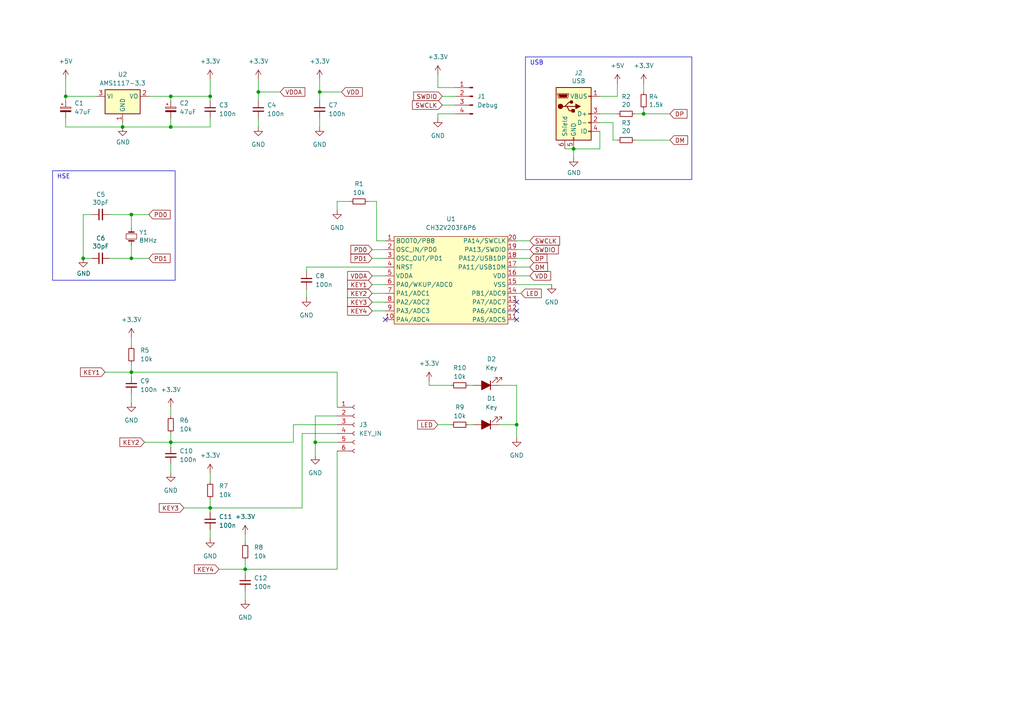
<source format=kicad_sch>
(kicad_sch (version 20231120) (generator "eeschema") (generator_version "8.0")
  (paper "A4")
  (lib_symbols
    (symbol "Connector:Conn_01x04_Pin" (pin_names (offset 1.016) hide)
      (property "Reference" "J" (at 0 5.08 0))
      (property "Value" "Conn_01x04_Pin" (at 0 -7.62 0))
      (symbol "Conn_01x04_Pin_1_1"
        (polyline (pts (xy 1.27 -5.08) (xy 0.8636 -5.08)) (stroke (width 0.1524)))
        (polyline (pts (xy 1.27 -2.54) (xy 0.8636 -2.54)) (stroke (width 0.1524)))
        (polyline (pts (xy 1.27 0) (xy 0.8636 0)) (stroke (width 0.1524)))
        (polyline (pts (xy 1.27 2.54) (xy 0.8636 2.54)) (stroke (width 0.1524)))
        (rectangle (start 0.8636 -4.953) (end 0 -5.207) (stroke (width 0.1524)) (fill (type outline)))
        (rectangle (start 0.8636 -2.413) (end 0 -2.667) (stroke (width 0.1524)) (fill (type outline)))
        (rectangle (start 0.8636 0.127) (end 0 -0.127) (stroke (width 0.1524)) (fill (type outline)))
        (rectangle (start 0.8636 2.667) (end 0 2.413) (stroke (width 0.1524)) (fill (type outline)))
        (pin passive line (at 5.08 2.54 180) (length 3.81) (name "Pin_1") (number "1"))
        (pin passive line (at 5.08 0 180) (length 3.81) (name "Pin_2") (number "2"))
        (pin passive line (at 5.08 -2.54 180) (length 3.81) (name "Pin_3") (number "3"))
        (pin passive line (at 5.08 -5.08 180) (length 3.81) (name "Pin_4") (number "4"))
      )
    )
    (symbol "Connector:Conn_01x06_Socket" (pin_names (offset 1.016) hide)
      (property "Reference" "J" (at 0 7.62 0))
      (property "Value" "Conn_01x06_Socket" (at 0 -10.16 0))
      (symbol "Conn_01x06_Socket_1_1"
        (arc (start 0 -7.112) (mid -0.5058 -7.62) (end 0 -8.128) (stroke (width 0.1524)))
        (arc (start 0 -4.572) (mid -0.5058 -5.08) (end 0 -5.588) (stroke (width 0.1524)))
        (arc (start 0 -2.032) (mid -0.5058 -2.54) (end 0 -3.048) (stroke (width 0.1524)))
        (polyline (pts (xy -1.27 -7.62) (xy -0.508 -7.62)) (stroke (width 0.1524)))
        (polyline (pts (xy -1.27 -5.08) (xy -0.508 -5.08)) (stroke (width 0.1524)))
        (polyline (pts (xy -1.27 -2.54) (xy -0.508 -2.54)) (stroke (width 0.1524)))
        (polyline (pts (xy -1.27 0) (xy -0.508 0)) (stroke (width 0.1524)))
        (polyline (pts (xy -1.27 2.54) (xy -0.508 2.54)) (stroke (width 0.1524)))
        (polyline (pts (xy -1.27 5.08) (xy -0.508 5.08)) (stroke (width 0.1524)))
        (arc (start 0 0.508) (mid -0.5058 0) (end 0 -0.508) (stroke (width 0.1524)))
        (arc (start 0 3.048) (mid -0.5058 2.54) (end 0 2.032) (stroke (width 0.1524)))
        (arc (start 0 5.588) (mid -0.5058 5.08) (end 0 4.572) (stroke (width 0.1524)))
        (pin passive line (at -5.08 5.08 0) (length 3.81) (name "Pin_1") (number "1"))
        (pin passive line (at -5.08 2.54 0) (length 3.81) (name "Pin_2") (number "2"))
        (pin passive line (at -5.08 0 0) (length 3.81) (name "Pin_3") (number "3"))
        (pin passive line (at -5.08 -2.54 0) (length 3.81) (name "Pin_4") (number "4"))
        (pin passive line (at -5.08 -5.08 0) (length 3.81) (name "Pin_5") (number "5"))
        (pin passive line (at -5.08 -7.62 0) (length 3.81) (name "Pin_6") (number "6"))
      )
    )
    (symbol "Connector:USB_B_Micro" (pin_names (offset 1.016))
      (property "Reference" "J" (at -5.08 11.43 0))
      (property "Value" "USB_B_Micro" (at -5.08 8.89 0))
      (symbol "USB_B_Micro_0_1"
        (rectangle (start -5.08 -7.62) (end 5.08 7.62) (stroke (width 0.254)) (fill (type background)))
        (circle (center -3.81 2.159) (radius 0.635) (stroke (width 0.254)) (fill (type outline)))
        (circle (center -0.635 3.429) (radius 0.381) (stroke (width 0.254)) (fill (type outline)))
        (rectangle (start -0.127 -7.62) (end 0.127 -6.858))
        (polyline (pts (xy -1.905 2.159) (xy 0.635 2.159)) (stroke (width 0.254)))
        (polyline (pts (xy -3.175 2.159) (xy -2.54 2.159) (xy -1.27 3.429) (xy -0.635 3.429)) (stroke (width 0.254)))
        (polyline (pts (xy -2.54 2.159) (xy -1.905 2.159) (xy -1.27 0.889) (xy 0 0.889)) (stroke (width 0.254)))
        (polyline (pts (xy 0.635 2.794) (xy 0.635 1.524) (xy 1.905 2.159) (xy 0.635 2.794)) (stroke (width 0.254)) (fill (type outline)))
        (polyline (pts (xy -4.318 5.588) (xy -1.778 5.588) (xy -2.032 4.826) (xy -4.064 4.826) (xy -4.318 5.588)) (fill (type outline)))
        (polyline (pts (xy -4.699 5.842) (xy -4.699 5.588) (xy -4.445 4.826) (xy -4.445 4.572) (xy -1.651 4.572) (xy -1.651 4.826) (xy -1.397 5.588) (xy -1.397 5.842) (xy -4.699 5.842)))
        (rectangle (start 0.254 1.27) (end -0.508 0.508) (stroke (width 0.254)) (fill (type outline)))
        (rectangle (start 5.08 -5.207) (end 4.318 -4.953))
        (rectangle (start 5.08 -2.667) (end 4.318 -2.413))
        (rectangle (start 5.08 -0.127) (end 4.318 0.127))
        (rectangle (start 5.08 4.953) (end 4.318 5.207))
      )
      (symbol "USB_B_Micro_1_1"
        (pin power_out line (at 7.62 5.08 180) (length 2.54) (name "VBUS") (number "1"))
        (pin bidirectional line (at 7.62 -2.54 180) (length 2.54) (name "D-") (number "2"))
        (pin bidirectional line (at 7.62 0 180) (length 2.54) (name "D+") (number "3"))
        (pin passive line (at 7.62 -5.08 180) (length 2.54) (name "ID") (number "4"))
        (pin power_out line (at 0 -10.16 90) (length 2.54) (name "GND") (number "5"))
        (pin passive line (at -2.54 -10.16 90) (length 2.54) (name "Shield") (number "6"))
      )
    )
    (symbol "Device:C_Polarized_Small" (pin_numbers hide) (pin_names (offset 0.254) hide)
      (property "Reference" "C" (at 0.254 1.778 0))
      (property "Value" "C_Polarized_Small" (at 0.254 -2.032 0))
      (symbol "C_Polarized_Small_0_1"
        (rectangle (start -1.524 -0.3048) (end 1.524 -0.6858) (fill (type outline)))
        (rectangle (start -1.524 0.6858) (end 1.524 0.3048))
        (polyline (pts (xy -1.27 1.524) (xy -0.762 1.524)))
        (polyline (pts (xy -1.016 1.27) (xy -1.016 1.778)))
      )
      (symbol "C_Polarized_Small_1_1"
        (pin passive line (at 0 2.54 270) (length 1.8542) (name "~") (number "1"))
        (pin passive line (at 0 -2.54 90) (length 1.8542) (name "~") (number "2"))
      )
    )
    (symbol "Device:C_Small" (pin_numbers hide) (pin_names (offset 0.254) hide)
      (property "Reference" "C" (at 0.254 1.778 0))
      (property "Value" "C_Small" (at 0.254 -2.032 0))
      (symbol "C_Small_0_1"
        (polyline (pts (xy -1.524 -0.508) (xy 1.524 -0.508)) (stroke (width 0.3302)))
        (polyline (pts (xy -1.524 0.508) (xy 1.524 0.508)) (stroke (width 0.3048)))
      )
      (symbol "C_Small_1_1"
        (pin passive line (at 0 2.54 270) (length 2.032) (name "~") (number "1"))
        (pin passive line (at 0 -2.54 90) (length 2.032) (name "~") (number "2"))
      )
    )
    (symbol "Device:Crystal_Small" (pin_numbers hide) (pin_names (offset 1.016) hide)
      (property "Reference" "Y" (at 0 2.54 0))
      (property "Value" "Crystal_Small" (at 0 -2.54 0))
      (symbol "Crystal_Small_0_1"
        (rectangle (start -0.762 -1.524) (end 0.762 1.524))
        (polyline (pts (xy -1.27 -0.762) (xy -1.27 0.762)) (stroke (width 0.381)))
        (polyline (pts (xy 1.27 -0.762) (xy 1.27 0.762)) (stroke (width 0.381)))
      )
      (symbol "Crystal_Small_1_1"
        (pin passive line (at -2.54 0 0) (length 1.27) (name "1") (number "1"))
        (pin passive line (at 2.54 0 180) (length 1.27) (name "2") (number "2"))
      )
    )
    (symbol "Device:LED_Filled" (pin_numbers hide) (pin_names (offset 1.016) hide)
      (property "Reference" "D" (at 0 2.54 0))
      (property "Value" "LED_Filled" (at 0 -2.54 0))
      (symbol "LED_Filled_0_1"
        (polyline (pts (xy -1.27 -1.27) (xy -1.27 1.27)) (stroke (width 0.254)))
        (polyline (pts (xy -1.27 0) (xy 1.27 0)))
        (polyline (pts (xy 1.27 -1.27) (xy 1.27 1.27) (xy -1.27 0) (xy 1.27 -1.27)) (stroke (width 0.254)) (fill (type outline)))
        (polyline (pts (xy -3.048 -0.762) (xy -4.572 -2.286) (xy -3.81 -2.286) (xy -4.572 -2.286) (xy -4.572 -1.524)))
        (polyline (pts (xy -1.778 -0.762) (xy -3.302 -2.286) (xy -2.54 -2.286) (xy -3.302 -2.286) (xy -3.302 -1.524)))
      )
      (symbol "LED_Filled_1_1"
        (pin passive line (at -3.81 0 0) (length 2.54) (name "K") (number "1"))
        (pin passive line (at 3.81 0 180) (length 2.54) (name "A") (number "2"))
      )
    )
    (symbol "Device:R_Small" (pin_numbers hide) (pin_names (offset 0.254) hide)
      (property "Reference" "R" (at 0.762 0.508 0))
      (property "Value" "R_Small" (at 0.762 -1.016 0))
      (symbol "R_Small_0_1"
        (rectangle (start -0.762 1.778) (end 0.762 -1.778) (stroke (width 0.2032)))
      )
      (symbol "R_Small_1_1"
        (pin passive line (at 0 2.54 270) (length 0.762) (name "~") (number "1"))
        (pin passive line (at 0 -2.54 90) (length 0.762) (name "~") (number "2"))
      )
    )
    (symbol "MCU_WCH_CH32V2:CH32V203F6P6"
      (property "Reference" "U" (at -0.508 15.748 0))
      (property "Value" "CH32V203F6P6" (at 0 13.208 0))
      (symbol "CH32V203F6P6_0_0"
        (pin bidirectional line (at -19.05 10.16 0) (length 2.54) (name "BOOT0/PB8") (number "1"))
        (pin bidirectional line (at -19.05 -12.7 0) (length 2.54) (name "PA4/ADC4") (number "10"))
        (pin bidirectional line (at 19.05 -12.7 180) (length 2.54) (name "PA5/ADC5") (number "11"))
        (pin bidirectional line (at 19.05 -10.16 180) (length 2.54) (name "PA6/ADC6") (number "12"))
        (pin bidirectional line (at 19.05 -7.62 180) (length 2.54) (name "PA7/ADC7") (number "13"))
        (pin bidirectional line (at 19.05 -5.08 180) (length 2.54) (name "PB1/ADC9") (number "14"))
        (pin power_in line (at 19.05 -2.54 180) (length 2.54) (name "VSS") (number "15"))
        (pin power_in line (at 19.05 0 180) (length 2.54) (name "VDD") (number "16"))
        (pin bidirectional line (at 19.05 2.54 180) (length 2.54) (name "PA11/USB1DM") (number "17"))
        (pin bidirectional line (at 19.05 5.08 180) (length 2.54) (name "PA12/USB1DP") (number "18"))
        (pin bidirectional line (at 19.05 7.62 180) (length 2.54) (name "PA13/SWDIO") (number "19"))
        (pin bidirectional line (at -19.05 7.62 0) (length 2.54) (name "OSC_IN/PD0") (number "2"))
        (pin bidirectional line (at 19.05 10.16 180) (length 2.54) (name "PA14/SWCLK") (number "20"))
        (pin bidirectional line (at -19.05 5.08 0) (length 2.54) (name "OSC_OUT/PD1") (number "3"))
        (pin bidirectional line (at -19.05 2.54 0) (length 2.54) (name "NRST") (number "4"))
        (pin power_in line (at -19.05 0 0) (length 2.54) (name "VDDA") (number "5"))
        (pin bidirectional line (at -19.05 -2.54 0) (length 2.54) (name "PA0/WKUP/ADC0") (number "6"))
        (pin bidirectional line (at -19.05 -5.08 0) (length 2.54) (name "PA1/ADC1") (number "7"))
        (pin bidirectional line (at -19.05 -7.62 0) (length 2.54) (name "PA2/ADC2") (number "8"))
        (pin bidirectional line (at -19.05 -10.16 0) (length 2.54) (name "PA3/ADC3") (number "9"))
      )
      (symbol "CH32V203F6P6_1_1"
        (rectangle (start -16.51 11.43) (end 16.51 -13.97) (fill (type background)))
      )
    )
    (symbol "Regulator_Linear:AMS1117-3.3"
      (property "Reference" "U" (at -3.81 3.175 0))
      (property "Value" "AMS1117-3.3" (at 0 3.175 0))
      (symbol "AMS1117-3.3_0_1"
        (rectangle (start -5.08 -5.08) (end 5.08 1.905) (stroke (width 0.254)) (fill (type background)))
      )
      (symbol "AMS1117-3.3_1_1"
        (pin power_in line (at 0 -7.62 90) (length 2.54) (name "GND") (number "1"))
        (pin power_out line (at 7.62 0 180) (length 2.54) (name "VO") (number "2"))
        (pin power_in line (at -7.62 0 0) (length 2.54) (name "VI") (number "3"))
      )
    )
    (symbol "power:+3.3V" (power) (pin_numbers hide) (pin_names (offset 0) hide)
      (property "Value" "+3.3V" (at 0 3.556 0))
      (symbol "+3.3V_0_1"
        (polyline (pts (xy -0.762 1.27) (xy 0 2.54)))
        (polyline (pts (xy 0 0) (xy 0 2.54)))
        (polyline (pts (xy 0 2.54) (xy 0.762 1.27)))
      )
      (symbol "+3.3V_1_1"
        (pin power_in line (at 0 0 90) (length 0) (name "~") (number "1"))
      )
    )
    (symbol "power:+5V" (power) (pin_numbers hide) (pin_names (offset 0) hide)
      (property "Value" "+5V" (at 0 3.556 0))
      (symbol "+5V_0_1"
        (polyline (pts (xy -0.762 1.27) (xy 0 2.54)))
        (polyline (pts (xy 0 0) (xy 0 2.54)))
        (polyline (pts (xy 0 2.54) (xy 0.762 1.27)))
      )
      (symbol "+5V_1_1"
        (pin power_in line (at 0 0 90) (length 0) (name "~") (number "1"))
      )
    )
    (symbol "power:GND" (power) (pin_numbers hide) (pin_names (offset 0) hide)
      (property "Value" "GND" (at 0 -3.81 0))
      (symbol "GND_0_1"
        (polyline (pts (xy 0 0) (xy 0 -1.27) (xy 1.27 -1.27) (xy 0 -2.54) (xy -1.27 -1.27) (xy 0 -1.27)))
      )
      (symbol "GND_1_1"
        (pin power_in line (at 0 0 270) (length 0) (name "~") (number "1"))
      )
    )
  )
  (junction (at 166.37 43.18))
  (junction (at 19.05 27.94))
  (junction (at 38.1 74.93))
  (junction (at 74.93 26.67))
  (junction (at 149.86 123.19))
  (junction (at 49.53 128.27))
  (junction (at 71.12 165.1))
  (junction (at 49.53 36.83))
  (junction (at 38.1 107.95))
  (junction (at 91.44 128.27))
  (junction (at 38.1 62.23))
  (junction (at 60.96 147.32))
  (junction (at 24.13 74.93))
  (junction (at 60.96 27.94))
  (junction (at 92.71 26.67))
  (junction (at 186.69 33.02))
  (junction (at 35.56 36.83))
  (junction (at 49.53 27.94))
  (no_connect (at 149.86 87.63))
  (no_connect (at 149.86 92.71))
  (no_connect (at 149.86 90.17))
  (no_connect (at 111.76 92.71))
  (wire (pts (xy 19.05 29.21) (xy 19.05 27.94)))
  (wire (pts (xy 53.34 147.32) (xy 60.96 147.32)))
  (wire (pts (xy 107.95 72.39) (xy 111.76 72.39)))
  (wire (pts (xy 128.27 30.48) (xy 132.08 30.48)))
  (wire (pts (xy 186.69 31.75) (xy 186.69 33.02)))
  (wire (pts (xy 49.53 128.27) (xy 49.53 125.73)))
  (wire (pts (xy 71.12 165.1) (xy 71.12 166.37)))
  (wire (pts (xy 24.13 74.93) (xy 26.67 74.93)))
  (polyline (pts (xy 50.8 81.28) (xy 15.24 81.28)))
  (wire (pts (xy 60.96 22.86) (xy 60.96 27.94)))
  (wire (pts (xy 19.05 36.83) (xy 35.56 36.83)))
  (wire (pts (xy 60.96 34.29) (xy 60.96 36.83)))
  (wire (pts (xy 149.86 85.09) (xy 151.13 85.09)))
  (wire (pts (xy 74.93 22.86) (xy 74.93 26.67)))
  (wire (pts (xy 60.96 137.16) (xy 60.96 139.7)))
  (wire (pts (xy 127 34.29) (xy 127 33.02)))
  (wire (pts (xy 107.95 80.01) (xy 111.76 80.01)))
  (wire (pts (xy 97.79 130.81) (xy 97.79 165.1)))
  (wire (pts (xy 35.56 36.83) (xy 49.53 36.83)))
  (polyline (pts (xy 152.4 16.51) (xy 200.66 16.51)))
  (wire (pts (xy 186.69 33.02) (xy 194.31 33.02)))
  (wire (pts (xy 24.13 62.23) (xy 24.13 74.93)))
  (wire (pts (xy 144.78 123.19) (xy 149.86 123.19)))
  (wire (pts (xy 97.79 60.96) (xy 97.79 58.42)))
  (wire (pts (xy 60.96 147.32) (xy 60.96 148.59)))
  (polyline (pts (xy 200.66 16.51) (xy 200.66 52.07)))
  (wire (pts (xy 43.18 27.94) (xy 49.53 27.94)))
  (polyline (pts (xy 200.66 52.07) (xy 152.4 52.07)))
  (wire (pts (xy 111.76 69.85) (xy 109.22 69.85)))
  (wire (pts (xy 149.86 69.85) (xy 153.67 69.85)))
  (wire (pts (xy 107.95 82.55) (xy 111.76 82.55)))
  (polyline (pts (xy 15.24 49.53) (xy 50.8 49.53)))
  (wire (pts (xy 166.37 43.18) (xy 166.37 45.72)))
  (wire (pts (xy 127 123.19) (xy 130.81 123.19)))
  (wire (pts (xy 49.53 128.27) (xy 85.09 128.27)))
  (wire (pts (xy 60.96 153.67) (xy 60.96 156.21)))
  (polyline (pts (xy 152.4 52.07) (xy 152.4 16.51)))
  (polyline (pts (xy 15.24 81.28) (xy 15.24 49.53)))
  (wire (pts (xy 71.12 165.1) (xy 97.79 165.1)))
  (wire (pts (xy 30.48 107.95) (xy 38.1 107.95)))
  (wire (pts (xy 92.71 26.67) (xy 92.71 29.21)))
  (wire (pts (xy 149.86 80.01) (xy 153.67 80.01)))
  (wire (pts (xy 107.95 74.93) (xy 111.76 74.93)))
  (wire (pts (xy 49.53 36.83) (xy 49.53 34.29)))
  (wire (pts (xy 91.44 128.27) (xy 97.79 128.27)))
  (wire (pts (xy 31.75 74.93) (xy 38.1 74.93)))
  (wire (pts (xy 128.27 27.94) (xy 132.08 27.94)))
  (wire (pts (xy 49.53 36.83) (xy 60.96 36.83)))
  (wire (pts (xy 49.53 27.94) (xy 49.53 29.21)))
  (wire (pts (xy 19.05 34.29) (xy 19.05 36.83)))
  (wire (pts (xy 49.53 134.62) (xy 49.53 137.16)))
  (wire (pts (xy 149.86 111.76) (xy 149.86 123.19)))
  (wire (pts (xy 92.71 22.86) (xy 92.71 26.67)))
  (wire (pts (xy 43.18 74.93) (xy 38.1 74.93)))
  (wire (pts (xy 109.22 58.42) (xy 106.68 58.42)))
  (wire (pts (xy 97.79 58.42) (xy 101.6 58.42)))
  (wire (pts (xy 91.44 120.65) (xy 91.44 128.27)))
  (wire (pts (xy 38.1 97.79) (xy 38.1 100.33)))
  (wire (pts (xy 87.63 147.32) (xy 87.63 125.73)))
  (wire (pts (xy 107.95 90.17) (xy 111.76 90.17)))
  (wire (pts (xy 74.93 26.67) (xy 81.28 26.67)))
  (wire (pts (xy 49.53 27.94) (xy 60.96 27.94)))
  (wire (pts (xy 49.53 128.27) (xy 49.53 129.54)))
  (wire (pts (xy 173.99 43.18) (xy 166.37 43.18)))
  (wire (pts (xy 38.1 62.23) (xy 43.18 62.23)))
  (wire (pts (xy 149.86 111.76) (xy 144.78 111.76)))
  (wire (pts (xy 31.75 62.23) (xy 38.1 62.23)))
  (wire (pts (xy 38.1 107.95) (xy 38.1 105.41)))
  (wire (pts (xy 87.63 125.73) (xy 97.79 125.73)))
  (wire (pts (xy 177.8 35.56) (xy 177.8 40.64)))
  (wire (pts (xy 63.5 165.1) (xy 71.12 165.1)))
  (wire (pts (xy 163.83 43.18) (xy 166.37 43.18)))
  (wire (pts (xy 97.79 120.65) (xy 91.44 120.65)))
  (wire (pts (xy 19.05 22.86) (xy 19.05 27.94)))
  (wire (pts (xy 135.89 123.19) (xy 137.16 123.19)))
  (wire (pts (xy 85.09 123.19) (xy 97.79 123.19)))
  (wire (pts (xy 71.12 154.94) (xy 71.12 157.48)))
  (wire (pts (xy 179.07 27.94) (xy 179.07 24.13)))
  (wire (pts (xy 149.86 77.47) (xy 153.67 77.47)))
  (wire (pts (xy 127 25.4) (xy 127 21.59)))
  (wire (pts (xy 85.09 128.27) (xy 85.09 123.19)))
  (wire (pts (xy 38.1 107.95) (xy 38.1 109.22)))
  (wire (pts (xy 71.12 171.45) (xy 71.12 173.99)))
  (wire (pts (xy 107.95 85.09) (xy 111.76 85.09)))
  (wire (pts (xy 149.86 72.39) (xy 153.67 72.39)))
  (wire (pts (xy 74.93 34.29) (xy 74.93 36.83)))
  (wire (pts (xy 74.93 26.67) (xy 74.93 29.21)))
  (wire (pts (xy 60.96 147.32) (xy 60.96 144.78)))
  (wire (pts (xy 184.15 40.64) (xy 194.31 40.64)))
  (wire (pts (xy 186.69 24.13) (xy 186.69 26.67)))
  (wire (pts (xy 35.56 36.83) (xy 35.56 35.56)))
  (wire (pts (xy 173.99 27.94) (xy 179.07 27.94)))
  (wire (pts (xy 97.79 107.95) (xy 97.79 118.11)))
  (wire (pts (xy 41.91 128.27) (xy 49.53 128.27)))
  (wire (pts (xy 186.69 33.02) (xy 184.15 33.02)))
  (wire (pts (xy 38.1 74.93) (xy 38.1 71.12)))
  (wire (pts (xy 132.08 25.4) (xy 127 25.4)))
  (wire (pts (xy 60.96 147.32) (xy 87.63 147.32)))
  (wire (pts (xy 124.46 110.49) (xy 124.46 111.76)))
  (wire (pts (xy 127 33.02) (xy 132.08 33.02)))
  (wire (pts (xy 88.9 77.47) (xy 111.76 77.47)))
  (wire (pts (xy 124.46 111.76) (xy 130.81 111.76)))
  (wire (pts (xy 109.22 69.85) (xy 109.22 58.42)))
  (wire (pts (xy 92.71 34.29) (xy 92.71 36.83)))
  (wire (pts (xy 149.86 123.19) (xy 149.86 127)))
  (wire (pts (xy 19.05 27.94) (xy 27.94 27.94)))
  (wire (pts (xy 38.1 107.95) (xy 97.79 107.95)))
  (wire (pts (xy 173.99 33.02) (xy 179.07 33.02)))
  (wire (pts (xy 107.95 87.63) (xy 111.76 87.63)))
  (wire (pts (xy 26.67 62.23) (xy 24.13 62.23)))
  (wire (pts (xy 92.71 26.67) (xy 99.06 26.67)))
  (wire (pts (xy 91.44 128.27) (xy 91.44 132.08)))
  (polyline (pts (xy 50.8 49.53) (xy 50.8 81.28)))
  (wire (pts (xy 38.1 66.04) (xy 38.1 62.23)))
  (wire (pts (xy 173.99 38.1) (xy 173.99 43.18)))
  (wire (pts (xy 38.1 114.3) (xy 38.1 116.84)))
  (wire (pts (xy 135.89 111.76) (xy 137.16 111.76)))
  (wire (pts (xy 177.8 40.64) (xy 179.07 40.64)))
  (wire (pts (xy 149.86 74.93) (xy 153.67 74.93)))
  (wire (pts (xy 88.9 83.82) (xy 88.9 86.36)))
  (wire (pts (xy 173.99 35.56) (xy 177.8 35.56)))
  (wire (pts (xy 60.96 27.94) (xy 60.96 29.21)))
  (wire (pts (xy 49.53 118.11) (xy 49.53 120.65)))
  (wire (pts (xy 71.12 165.1) (xy 71.12 162.56)))
  (wire (pts (xy 149.86 82.55) (xy 160.02 82.55)))
  (wire (pts (xy 88.9 77.47) (xy 88.9 78.74)))
  (text "USB" (at 153.67 19.05 0) (effects (font (size 1.27 1.27)) (justify left bottom)))
  (text "HSE\n" (at 16.51 52.07 0) (effects (font (size 1.27 1.27)) (justify left bottom)))
  (global_label "DP" (shape input) (at 194.31 33.02 0) (property "Intersheetrefs" "${INTERSHEET_REFS}" (effects (hide yes))))
  (global_label "KEY4" (shape input) (at 63.5 165.1 180) (property "Intersheetrefs" "${INTERSHEET_REFS}" (effects (hide yes))))
  (global_label "DP" (shape input) (at 153.67 74.93 0) (property "Intersheetrefs" "${INTERSHEET_REFS}" (effects (hide yes))))
  (global_label "SWCLK" (shape input) (at 128.27 30.48 180) (property "Intersheetrefs" "${INTERSHEET_REFS}" (effects (hide yes))))
  (global_label "DM" (shape input) (at 153.67 77.47 0) (property "Intersheetrefs" "${INTERSHEET_REFS}" (effects (hide yes))))
  (global_label "DM" (shape input) (at 194.31 40.64 0) (property "Intersheetrefs" "${INTERSHEET_REFS}" (effects (hide yes))))
  (global_label "LED" (shape input) (at 151.13 85.09 0) (property "Intersheetrefs" "${INTERSHEET_REFS}" (effects (hide yes))))
  (global_label "SWDIO" (shape input) (at 128.27 27.94 180) (property "Intersheetrefs" "${INTERSHEET_REFS}" (effects (hide yes))))
  (global_label "KEY2" (shape input) (at 107.95 85.09 180) (property "Intersheetrefs" "${INTERSHEET_REFS}" (effects (hide yes))))
  (global_label "KEY3" (shape input) (at 53.34 147.32 180) (property "Intersheetrefs" "${INTERSHEET_REFS}" (effects (hide yes))))
  (global_label "SWDIO" (shape input) (at 153.67 72.39 0) (property "Intersheetrefs" "${INTERSHEET_REFS}" (effects (hide yes))))
  (global_label "VDDA" (shape input) (at 81.28 26.67 0) (property "Intersheetrefs" "${INTERSHEET_REFS}" (effects (hide yes))))
  (global_label "KEY1" (shape input) (at 30.48 107.95 180) (property "Intersheetrefs" "${INTERSHEET_REFS}" (effects (hide yes))))
  (global_label "KEY3" (shape input) (at 107.95 87.63 180) (property "Intersheetrefs" "${INTERSHEET_REFS}" (effects (hide yes))))
  (global_label "SWCLK" (shape input) (at 153.67 69.85 0) (property "Intersheetrefs" "${INTERSHEET_REFS}" (effects (hide yes))))
  (global_label "PD1" (shape input) (at 107.95 74.93 180) (property "Intersheetrefs" "${INTERSHEET_REFS}" (effects (hide yes))))
  (global_label "KEY1" (shape input) (at 107.95 82.55 180) (property "Intersheetrefs" "${INTERSHEET_REFS}" (effects (hide yes))))
  (global_label "PD0" (shape input) (at 107.95 72.39 180) (property "Intersheetrefs" "${INTERSHEET_REFS}" (effects (hide yes))))
  (global_label "VDD" (shape input) (at 99.06 26.67 0) (property "Intersheetrefs" "${INTERSHEET_REFS}" (effects (hide yes))))
  (global_label "KEY4" (shape input) (at 107.95 90.17 180) (property "Intersheetrefs" "${INTERSHEET_REFS}" (effects (hide yes))))
  (global_label "VDD" (shape input) (at 153.67 80.01 0) (property "Intersheetrefs" "${INTERSHEET_REFS}" (effects (hide yes))))
  (global_label "LED" (shape input) (at 127 123.19 180) (property "Intersheetrefs" "${INTERSHEET_REFS}" (effects (hide yes))))
  (global_label "VDDA" (shape input) (at 107.95 80.01 180) (property "Intersheetrefs" "${INTERSHEET_REFS}" (effects (hide yes))))
  (global_label "PD0" (shape input) (at 43.18 62.23 0) (property "Intersheetrefs" "${INTERSHEET_REFS}" (effects (hide yes))))
  (global_label "PD1" (shape input) (at 43.18 74.93 0) (property "Intersheetrefs" "${INTERSHEET_REFS}" (effects (hide yes))))
  (global_label "KEY2" (shape input) (at 41.91 128.27 180) (property "Intersheetrefs" "${INTERSHEET_REFS}" (effects (hide yes))))
  (symbol (lib_id "Device:R_Small") (at 133.35 123.19 90) (unit 1)
    (property "Reference" "R9" (at 133.35 118.11 90))
    (property "Value" "10k" (at 133.35 120.65 90))
    (property "Footprint" "Resistor_SMD:R_0603_1608Metric" (effects (hide yes)))
    (property "Description" "Resistor, small symbol" (effects (hide yes)))
  )
  (symbol (lib_id "power:+5V") (at 19.05 22.86 0) (unit 1)
    (property "Reference" "#PWR01" (effects (hide yes)))
    (property "Value" "+5V" (at 19.05 17.78 0))
    (property "Description" "Power symbol creates a global label with name \"+5V\"" (effects (hide yes)))
  )
  (symbol (lib_id "power:GND") (at 35.56 36.83 0) (unit 1)
    (property "Reference" "#PWR07" (effects (hide yes)))
    (property "Value" "GND" (at 35.687 41.2242 0))
  )
  (symbol (lib_id "Device:R_Small") (at 133.35 111.76 90) (unit 1)
    (property "Reference" "R10" (at 133.35 106.68 90))
    (property "Value" "10k" (at 133.35 109.22 90))
    (property "Footprint" "Resistor_SMD:R_0603_1608Metric" (effects (hide yes)))
    (property "Description" "Resistor, small symbol" (effects (hide yes)))
  )
  (symbol (lib_id "Device:R_Small") (at 181.61 40.64 270) (unit 1)
    (property "Reference" "R3" (at 181.61 35.6616 90))
    (property "Value" "20" (at 181.61 37.973 90))
    (property "Footprint" "Resistor_SMD:R_0805_2012Metric" (effects (hide yes)))
  )
  (symbol (lib_id "Device:C_Polarized_Small") (at 49.53 31.75 0) (unit 1)
    (property "Reference" "C2" (at 52.07 29.9338 0) (effects (justify left)))
    (property "Value" "47uF" (at 52.07 32.4738 0) (effects (justify left)))
    (property "Footprint" "Capacitor_Tantalum_SMD:CP_EIA-3528-21_Kemet-B_Pad1.50x2.35mm_HandSolder" (effects (hide yes)))
    (property "Description" "Polarized capacitor, small symbol" (effects (hide yes)))
  )
  (symbol (lib_id "Device:R_Small") (at 186.69 29.21 180) (unit 1)
    (property "Reference" "R4" (at 188.1886 28.0416 0) (effects (justify right)))
    (property "Value" "1.5k" (at 188.1886 30.353 0) (effects (justify right)))
    (property "Footprint" "Resistor_SMD:R_0805_2012Metric" (effects (hide yes)))
  )
  (symbol (lib_id "MCU_WCH_CH32V2:CH32V203F6P6") (at 130.81 80.01 0) (unit 1)
    (property "Reference" "U1" (at 130.81 63.5 0))
    (property "Value" "CH32V203F6P6" (at 130.81 66.04 0))
    (property "Footprint" "Package_SO:TSSOP-20_4.4x6.5mm_P0.65mm" (effects (hide yes)))
  )
  (symbol (lib_id "Connector:Conn_01x06_Socket") (at 102.87 123.19 0) (unit 1)
    (property "Reference" "J3" (at 104.14 123.1899 0) (effects (justify left)))
    (property "Value" "KEY_IN" (at 104.14 125.7299 0) (effects (justify left)))
    (property "Footprint" "TerminalBlock_Phoenix:TerminalBlock_Phoenix_MKDS-1,5-6-5.08_1x06_P5.08mm_Horizontal" (effects (hide yes)))
    (property "Description" "Generic connector, single row, 01x06, script generated" (effects (hide yes)))
  )
  (symbol (lib_id "power:GND") (at 149.86 127 0) (unit 1)
    (property "Reference" "#PWR027" (effects (hide yes)))
    (property "Value" "GND" (at 149.86 132.08 0))
    (property "Description" "Power symbol creates a global label with name \"GND\" , ground" (effects (hide yes)))
  )
  (symbol (lib_id "Device:C_Small") (at 60.96 31.75 0) (unit 1)
    (property "Reference" "C3" (at 63.5 30.4862 0) (effects (justify left)))
    (property "Value" "100n" (at 63.5 33.0262 0) (effects (justify left)))
    (property "Footprint" "Capacitor_SMD:C_0603_1608Metric" (effects (hide yes)))
    (property "Description" "Unpolarized capacitor, small symbol" (effects (hide yes)))
  )
  (symbol (lib_id "power:+3.3V") (at 127 21.59 0) (unit 1)
    (property "Reference" "#PWR012" (effects (hide yes)))
    (property "Value" "+3.3V" (at 127 16.51 0))
    (property "Description" "Power symbol creates a global label with name \"+3.3V\"" (effects (hide yes)))
  )
  (symbol (lib_id "Device:C_Small") (at 29.21 74.93 90) (unit 1)
    (property "Reference" "C6" (at 29.21 69.1134 90))
    (property "Value" "30pF" (at 29.21 71.4248 90))
    (property "Footprint" "Capacitor_SMD:C_0805_2012Metric" (effects (hide yes)))
  )
  (symbol (lib_id "Connector:Conn_01x04_Pin") (at 137.16 27.94 0) (mirror y) (unit 1)
    (property "Reference" "J1" (at 138.43 27.9399 0) (effects (justify right)))
    (property "Value" "Debug" (at 138.43 30.4799 0) (effects (justify right)))
    (property "Footprint" "Connector_PinHeader_2.54mm:PinHeader_1x04_P2.54mm_Vertical" (effects (hide yes)))
    (property "Description" "Generic connector, single row, 01x04, script generated" (effects (hide yes)))
  )
  (symbol (lib_id "power:GND") (at 97.79 60.96 0) (unit 1)
    (property "Reference" "#PWR06" (effects (hide yes)))
    (property "Value" "GND" (at 97.79 66.04 0))
    (property "Description" "Power symbol creates a global label with name \"GND\" , ground" (effects (hide yes)))
  )
  (symbol (lib_id "power:+3.3V") (at 124.46 110.49 0) (unit 1)
    (property "Reference" "#PWR026" (effects (hide yes)))
    (property "Value" "+3.3V" (at 124.46 105.41 0))
    (property "Description" "Power symbol creates a global label with name \"+3.3V\"" (effects (hide yes)))
  )
  (symbol (lib_id "power:GND") (at 24.13 74.93 0) (unit 1)
    (property "Reference" "#PWR05" (effects (hide yes)))
    (property "Value" "GND" (at 24.257 79.3242 0))
  )
  (symbol (lib_id "Device:R_Small") (at 60.96 142.24 180) (unit 1)
    (property "Reference" "R7" (at 63.5 140.9699 0) (effects (justify right)))
    (property "Value" "10k" (at 63.5 143.5099 0) (effects (justify right)))
    (property "Footprint" "Resistor_SMD:R_0603_1608Metric" (effects (hide yes)))
    (property "Description" "Resistor, small symbol" (effects (hide yes)))
  )
  (symbol (lib_id "Connector:USB_B_Micro") (at 166.37 33.02 0) (unit 1)
    (property "Reference" "J2" (at 167.8178 21.1582 0))
    (property "Value" "USB" (at 167.8178 23.4696 0))
    (property "Footprint" "Connector_PinHeader_2.54mm:PinHeader_1x04_P2.54mm_Horizontal" (effects (hide yes)))
  )
  (symbol (lib_id "Device:C_Small") (at 88.9 81.28 0) (unit 1)
    (property "Reference" "C8" (at 91.44 80.0162 0) (effects (justify left)))
    (property "Value" "100n" (at 91.44 82.5562 0) (effects (justify left)))
    (property "Footprint" "Capacitor_SMD:C_0603_1608Metric" (effects (hide yes)))
    (property "Description" "Unpolarized capacitor, small symbol" (effects (hide yes)))
  )
  (symbol (lib_id "Device:C_Small") (at 60.96 151.13 0) (unit 1)
    (property "Reference" "C11" (at 63.5 149.8662 0) (effects (justify left)))
    (property "Value" "100n" (at 63.5 152.4062 0) (effects (justify left)))
    (property "Footprint" "Capacitor_SMD:C_0603_1608Metric" (effects (hide yes)))
    (property "Description" "Unpolarized capacitor, small symbol" (effects (hide yes)))
  )
  (symbol (lib_id "Device:C_Small") (at 49.53 132.08 0) (unit 1)
    (property "Reference" "C10" (at 52.07 130.8162 0) (effects (justify left)))
    (property "Value" "100n" (at 52.07 133.3562 0) (effects (justify left)))
    (property "Footprint" "Capacitor_SMD:C_0603_1608Metric" (effects (hide yes)))
    (property "Description" "Unpolarized capacitor, small symbol" (effects (hide yes)))
  )
  (symbol (lib_id "Regulator_Linear:AMS1117-3.3") (at 35.56 27.94 0) (unit 1)
    (property "Reference" "U2" (at 35.56 21.59 0))
    (property "Value" "AMS1117-3.3" (at 35.56 24.13 0))
    (property "Footprint" "Package_TO_SOT_SMD:SOT-223-3_TabPin2" (effects (hide yes)))
    (property "Datasheet" "http://www.advanced-monolithic.com/pdf/ds1117.pdf" (effects (hide yes)))
    (property "Description" "1A Low Dropout regulator, positive, 3.3V fixed output, SOT-223" (effects (hide yes)))
  )
  (symbol (lib_id "power:GND") (at 38.1 116.84 0) (unit 1)
    (property "Reference" "#PWR019" (effects (hide yes)))
    (property "Value" "GND" (at 38.1 121.92 0))
    (property "Description" "Power symbol creates a global label with name \"GND\" , ground" (effects (hide yes)))
  )
  (symbol (lib_id "Device:R_Small") (at 181.61 33.02 270) (unit 1)
    (property "Reference" "R2" (at 181.61 28.0416 90))
    (property "Value" "20" (at 181.61 30.353 90))
    (property "Footprint" "Resistor_SMD:R_0805_2012Metric" (effects (hide yes)))
  )
  (symbol (lib_id "power:+3.3V") (at 74.93 22.86 0) (unit 1)
    (property "Reference" "#PWR03" (effects (hide yes)))
    (property "Value" "+3.3V" (at 74.93 17.78 0))
    (property "Description" "Power symbol creates a global label with name \"+3.3V\"" (effects (hide yes)))
  )
  (symbol (lib_id "power:+3.3V") (at 92.71 22.86 0) (unit 1)
    (property "Reference" "#PWR08" (effects (hide yes)))
    (property "Value" "+3.3V" (at 92.71 17.78 0))
    (property "Description" "Power symbol creates a global label with name \"+3.3V\"" (effects (hide yes)))
  )
  (symbol (lib_id "power:GND") (at 91.44 132.08 0) (unit 1)
    (property "Reference" "#PWR017" (effects (hide yes)))
    (property "Value" "GND" (at 91.44 137.16 0))
    (property "Description" "Power symbol creates a global label with name \"GND\" , ground" (effects (hide yes)))
  )
  (symbol (lib_id "power:+3.3V") (at 60.96 22.86 0) (unit 1)
    (property "Reference" "#PWR02" (effects (hide yes)))
    (property "Value" "+3.3V" (at 60.96 17.78 0))
    (property "Description" "Power symbol creates a global label with name \"+3.3V\"" (effects (hide yes)))
  )
  (symbol (lib_id "Device:LED_Filled") (at 140.97 111.76 180) (unit 1)
    (property "Reference" "D2" (at 142.5575 104.14 0))
    (property "Value" "Key" (at 142.5575 106.68 0))
    (property "Footprint" "Diode_SMD:D_0805_2012Metric" (effects (hide yes)))
    (property "Description" "Light emitting diode, filled shape" (effects (hide yes)))
  )
  (symbol (lib_id "power:+3.3V") (at 38.1 97.79 0) (unit 1)
    (property "Reference" "#PWR018" (effects (hide yes)))
    (property "Value" "+3.3V" (at 38.1 92.71 0))
    (property "Description" "Power symbol creates a global label with name \"+3.3V\"" (effects (hide yes)))
  )
  (symbol (lib_id "Device:C_Small") (at 71.12 168.91 0) (unit 1)
    (property "Reference" "C12" (at 73.66 167.6462 0) (effects (justify left)))
    (property "Value" "100n" (at 73.66 170.1862 0) (effects (justify left)))
    (property "Footprint" "Capacitor_SMD:C_0603_1608Metric" (effects (hide yes)))
    (property "Description" "Unpolarized capacitor, small symbol" (effects (hide yes)))
  )
  (symbol (lib_id "Device:R_Small") (at 38.1 102.87 180) (unit 1)
    (property "Reference" "R5" (at 40.64 101.5999 0) (effects (justify right)))
    (property "Value" "10k" (at 40.64 104.1399 0) (effects (justify right)))
    (property "Footprint" "Resistor_SMD:R_0603_1608Metric" (effects (hide yes)))
    (property "Description" "Resistor, small symbol" (effects (hide yes)))
  )
  (symbol (lib_id "power:GND") (at 160.02 82.55 0) (unit 1)
    (property "Reference" "#PWR010" (effects (hide yes)))
    (property "Value" "GND" (at 160.02 87.63 0))
    (property "Description" "Power symbol creates a global label with name \"GND\" , ground" (effects (hide yes)))
  )
  (symbol (lib_id "Device:R_Small") (at 49.53 123.19 180) (unit 1)
    (property "Reference" "R6" (at 52.07 121.9199 0) (effects (justify right)))
    (property "Value" "10k" (at 52.07 124.4599 0) (effects (justify right)))
    (property "Footprint" "Resistor_SMD:R_0603_1608Metric" (effects (hide yes)))
    (property "Description" "Resistor, small symbol" (effects (hide yes)))
  )
  (symbol (lib_id "power:GND") (at 60.96 156.21 0) (unit 1)
    (property "Reference" "#PWR023" (effects (hide yes)))
    (property "Value" "GND" (at 60.96 161.29 0))
    (property "Description" "Power symbol creates a global label with name \"GND\" , ground" (effects (hide yes)))
  )
  (symbol (lib_id "power:+3.3V") (at 49.53 118.11 0) (unit 1)
    (property "Reference" "#PWR020" (effects (hide yes)))
    (property "Value" "+3.3V" (at 49.53 113.03 0))
    (property "Description" "Power symbol creates a global label with name \"+3.3V\"" (effects (hide yes)))
  )
  (symbol (lib_id "power:+3.3V") (at 71.12 154.94 0) (unit 1)
    (property "Reference" "#PWR024" (effects (hide yes)))
    (property "Value" "+3.3V" (at 71.12 149.86 0))
    (property "Description" "Power symbol creates a global label with name \"+3.3V\"" (effects (hide yes)))
  )
  (symbol (lib_id "Device:C_Small") (at 38.1 111.76 0) (unit 1)
    (property "Reference" "C9" (at 40.64 110.4962 0) (effects (justify left)))
    (property "Value" "100n" (at 40.64 113.0362 0) (effects (justify left)))
    (property "Footprint" "Capacitor_SMD:C_0603_1608Metric" (effects (hide yes)))
    (property "Description" "Unpolarized capacitor, small symbol" (effects (hide yes)))
  )
  (symbol (lib_id "power:GND") (at 88.9 86.36 0) (unit 1)
    (property "Reference" "#PWR011" (effects (hide yes)))
    (property "Value" "GND" (at 88.9 91.44 0))
    (property "Description" "Power symbol creates a global label with name \"GND\" , ground" (effects (hide yes)))
  )
  (symbol (lib_id "power:GND") (at 92.71 36.83 0) (unit 1)
    (property "Reference" "#PWR09" (effects (hide yes)))
    (property "Value" "GND" (at 92.71 41.91 0))
    (property "Description" "Power symbol creates a global label with name \"GND\" , ground" (effects (hide yes)))
  )
  (symbol (lib_id "power:GND") (at 49.53 137.16 0) (unit 1)
    (property "Reference" "#PWR021" (effects (hide yes)))
    (property "Value" "GND" (at 49.53 142.24 0))
    (property "Description" "Power symbol creates a global label with name \"GND\" , ground" (effects (hide yes)))
  )
  (symbol (lib_id "power:GND") (at 74.93 36.83 0) (unit 1)
    (property "Reference" "#PWR04" (effects (hide yes)))
    (property "Value" "GND" (at 74.93 41.91 0))
    (property "Description" "Power symbol creates a global label with name \"GND\" , ground" (effects (hide yes)))
  )
  (symbol (lib_id "Device:C_Small") (at 92.71 31.75 0) (unit 1)
    (property "Reference" "C7" (at 95.25 30.4862 0) (effects (justify left)))
    (property "Value" "100n" (at 95.25 33.0262 0) (effects (justify left)))
    (property "Footprint" "Capacitor_SMD:C_0603_1608Metric" (effects (hide yes)))
    (property "Description" "Unpolarized capacitor, small symbol" (effects (hide yes)))
  )
  (symbol (lib_id "power:GND") (at 71.12 173.99 0) (unit 1)
    (property "Reference" "#PWR025" (effects (hide yes)))
    (property "Value" "GND" (at 71.12 179.07 0))
    (property "Description" "Power symbol creates a global label with name \"GND\" , ground" (effects (hide yes)))
  )
  (symbol (lib_id "Device:Crystal_Small") (at 38.1 68.58 270) (unit 1)
    (property "Reference" "Y1" (at 40.3352 67.4116 90) (effects (justify left)))
    (property "Value" "8MHz" (at 40.3352 69.723 90) (effects (justify left)))
    (property "Footprint" "Crystal:Crystal_HC49-U_Vertical" (effects (hide yes)))
  )
  (symbol (lib_id "Device:C_Small") (at 74.93 31.75 0) (unit 1)
    (property "Reference" "C4" (at 77.47 30.4862 0) (effects (justify left)))
    (property "Value" "100n" (at 77.47 33.0262 0) (effects (justify left)))
    (property "Footprint" "Capacitor_SMD:C_0603_1608Metric" (effects (hide yes)))
    (property "Description" "Unpolarized capacitor, small symbol" (effects (hide yes)))
  )
  (symbol (lib_id "power:GND") (at 127 34.29 0) (unit 1)
    (property "Reference" "#PWR013" (effects (hide yes)))
    (property "Value" "GND" (at 127 39.37 0))
    (property "Description" "Power symbol creates a global label with name \"GND\" , ground" (effects (hide yes)))
  )
  (symbol (lib_id "Device:LED_Filled") (at 140.97 123.19 180) (unit 1)
    (property "Reference" "D1" (at 142.5575 115.57 0))
    (property "Value" "Key" (at 142.5575 118.11 0))
    (property "Footprint" "Diode_SMD:D_0805_2012Metric" (effects (hide yes)))
    (property "Description" "Light emitting diode, filled shape" (effects (hide yes)))
  )
  (symbol (lib_id "Device:R_Small") (at 71.12 160.02 180) (unit 1)
    (property "Reference" "R8" (at 73.66 158.7499 0) (effects (justify right)))
    (property "Value" "10k" (at 73.66 161.2899 0) (effects (justify right)))
    (property "Footprint" "Resistor_SMD:R_0603_1608Metric" (effects (hide yes)))
    (property "Description" "Resistor, small symbol" (effects (hide yes)))
  )
  (symbol (lib_id "power:+3.3V") (at 186.69 24.13 0) (unit 1)
    (property "Reference" "#PWR016" (effects (hide yes)))
    (property "Value" "+3.3V" (at 186.69 19.05 0))
    (property "Description" "Power symbol creates a global label with name \"+3.3V\"" (effects (hide yes)))
  )
  (symbol (lib_id "power:+3.3V") (at 60.96 137.16 0) (unit 1)
    (property "Reference" "#PWR022" (effects (hide yes)))
    (property "Value" "+3.3V" (at 60.96 132.08 0))
    (property "Description" "Power symbol creates a global label with name \"+3.3V\"" (effects (hide yes)))
  )
  (symbol (lib_id "power:GND") (at 166.37 45.72 0) (unit 1)
    (property "Reference" "#PWR014" (effects (hide yes)))
    (property "Value" "GND" (at 166.497 50.1142 0))
  )
  (symbol (lib_id "Device:C_Polarized_Small") (at 19.05 31.75 0) (unit 1)
    (property "Reference" "C1" (at 21.59 29.9338 0) (effects (justify left)))
    (property "Value" "47uF" (at 21.59 32.4738 0) (effects (justify left)))
    (property "Footprint" "Capacitor_Tantalum_SMD:CP_EIA-3528-21_Kemet-B_Pad1.50x2.35mm_HandSolder" (effects (hide yes)))
    (property "Description" "Polarized capacitor, small symbol" (effects (hide yes)))
  )
  (symbol (lib_id "Device:C_Small") (at 29.21 62.23 90) (unit 1)
    (property "Reference" "C5" (at 29.21 56.4134 90))
    (property "Value" "30pF" (at 29.21 58.7248 90))
    (property "Footprint" "Capacitor_SMD:C_0805_2012Metric" (effects (hide yes)))
  )
  (symbol (lib_id "power:+5V") (at 179.07 24.13 0) (unit 1)
    (property "Reference" "#PWR015" (effects (hide yes)))
    (property "Value" "+5V" (at 179.07 19.05 0))
    (property "Description" "Power symbol creates a global label with name \"+5V\"" (effects (hide yes)))
  )
  (symbol (lib_id "Device:R_Small") (at 104.14 58.42 90) (unit 1)
    (property "Reference" "R1" (at 104.14 53.34 90))
    (property "Value" "10k" (at 104.14 55.88 90))
    (property "Footprint" "Resistor_SMD:R_0603_1608Metric" (effects (hide yes)))
    (property "Description" "Resistor, small symbol" (effects (hide yes)))
  )
)
</source>
